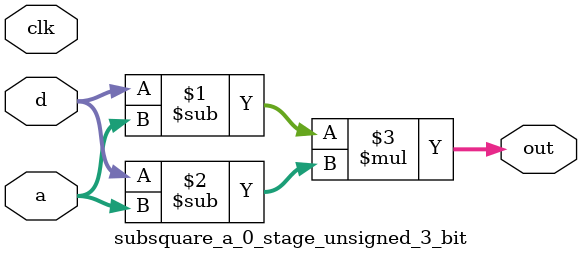
<source format=sv>
(* use_dsp = "yes" *) module subsquare_a_0_stage_unsigned_3_bit(
	input  [2:0] a,
	input  [2:0] d,
	output [2:0] out,
	input clk);

	assign out = (d - a) * (d - a);
endmodule

</source>
